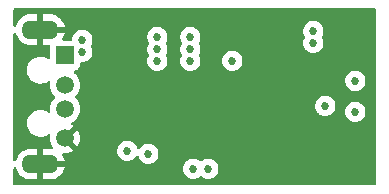
<source format=gbr>
%TF.GenerationSoftware,KiCad,Pcbnew,(6.0.7)*%
%TF.CreationDate,2023-02-04T21:02:38-08:00*%
%TF.ProjectId,ESP_Module,4553505f-4d6f-4647-956c-652e6b696361,rev?*%
%TF.SameCoordinates,Original*%
%TF.FileFunction,Copper,L2,Inr*%
%TF.FilePolarity,Positive*%
%FSLAX46Y46*%
G04 Gerber Fmt 4.6, Leading zero omitted, Abs format (unit mm)*
G04 Created by KiCad (PCBNEW (6.0.7)) date 2023-02-04 21:02:38*
%MOMM*%
%LPD*%
G01*
G04 APERTURE LIST*
%TA.AperFunction,ComponentPad*%
%ADD10R,1.508000X1.508000*%
%TD*%
%TA.AperFunction,ComponentPad*%
%ADD11C,1.508000*%
%TD*%
%TA.AperFunction,ComponentPad*%
%ADD12O,3.150000X1.575000*%
%TD*%
%TA.AperFunction,ViaPad*%
%ADD13C,0.685800*%
%TD*%
G04 APERTURE END LIST*
D10*
%TO.N,+5V*%
%TO.C,J1*%
X120464000Y-101910000D03*
D11*
%TO.N,USB_D-*%
X120464000Y-104410000D03*
%TO.N,USB_D+*%
X120464000Y-106410000D03*
%TO.N,GND*%
X120464000Y-108910000D03*
D12*
X118364000Y-99710000D03*
X118364000Y-111110000D03*
%TD*%
D13*
%TO.N,GND*%
X143764000Y-102108000D03*
X143764000Y-108204000D03*
%TO.N,Net-(P1-PadA5)*%
X142494000Y-106172000D03*
%TO.N,+3V3*%
X121920000Y-100584000D03*
X134620000Y-102362000D03*
X128270000Y-102362000D03*
X128270000Y-101346000D03*
X131064000Y-101346000D03*
X131064000Y-102362000D03*
X121920000Y-101600000D03*
X125730000Y-109982000D03*
X141478000Y-100838000D03*
X131064000Y-100330000D03*
X128270000Y-100330000D03*
%TO.N,GND*%
X122428000Y-109728000D03*
X126238000Y-106426000D03*
X136906000Y-103632000D03*
X136906000Y-100330000D03*
X134620000Y-108966000D03*
X136906000Y-101854000D03*
X129540000Y-109982000D03*
X144272000Y-110490000D03*
X136906000Y-108966000D03*
X144272000Y-100330000D03*
X136906000Y-110490000D03*
X136906000Y-107442000D03*
X122936000Y-104394000D03*
%TO.N,+5V*%
X145036051Y-104063600D03*
X145034000Y-106680000D03*
%TO.N,/MCU_D-*%
X131318000Y-111506000D03*
%TO.N,/MCU_D+*%
X132588000Y-111506000D03*
%TO.N,MCU_EN*%
X141478000Y-99822000D03*
%TO.N,MCU_BOOT*%
X127508000Y-110236000D03*
%TD*%
%TA.AperFunction,Conductor*%
%TO.N,GND*%
G36*
X146753621Y-97938502D02*
G01*
X146800114Y-97992158D01*
X146811500Y-98044500D01*
X146811500Y-112775500D01*
X146791498Y-112843621D01*
X146737842Y-112890114D01*
X146685500Y-112901500D01*
X116204500Y-112901500D01*
X116136379Y-112881498D01*
X116089886Y-112827842D01*
X116078500Y-112775500D01*
X116078500Y-111481882D01*
X116098502Y-111413761D01*
X116152158Y-111367268D01*
X116222432Y-111357164D01*
X116287012Y-111386658D01*
X116326207Y-111449271D01*
X116353055Y-111549470D01*
X116356801Y-111559762D01*
X116447955Y-111755243D01*
X116453433Y-111764729D01*
X116577139Y-111941401D01*
X116584193Y-111949808D01*
X116736692Y-112102307D01*
X116745099Y-112109361D01*
X116921771Y-112233067D01*
X116931257Y-112238545D01*
X117126738Y-112329699D01*
X117137030Y-112333445D01*
X117345364Y-112389268D01*
X117356159Y-112391171D01*
X117517209Y-112405262D01*
X117522673Y-112405500D01*
X118091885Y-112405500D01*
X118107124Y-112401025D01*
X118108329Y-112399635D01*
X118110000Y-112391952D01*
X118110000Y-112387385D01*
X118618000Y-112387385D01*
X118622475Y-112402624D01*
X118623865Y-112403829D01*
X118631548Y-112405500D01*
X119205327Y-112405500D01*
X119210791Y-112405262D01*
X119371841Y-112391171D01*
X119382636Y-112389268D01*
X119590970Y-112333445D01*
X119601262Y-112329699D01*
X119796743Y-112238545D01*
X119806229Y-112233067D01*
X119982901Y-112109361D01*
X119991308Y-112102307D01*
X120143805Y-111949810D01*
X120150861Y-111941402D01*
X120274565Y-111764734D01*
X120280048Y-111755238D01*
X120371199Y-111559762D01*
X120374945Y-111549470D01*
X120386593Y-111506000D01*
X130461910Y-111506000D01*
X130480618Y-111683991D01*
X130535923Y-111854203D01*
X130625409Y-112009197D01*
X130745164Y-112142199D01*
X130750506Y-112146080D01*
X130750508Y-112146082D01*
X130884613Y-112243515D01*
X130889955Y-112247396D01*
X130895983Y-112250080D01*
X130895985Y-112250081D01*
X131047423Y-112317505D01*
X131053454Y-112320190D01*
X131140984Y-112338795D01*
X131222057Y-112356028D01*
X131222061Y-112356028D01*
X131228514Y-112357400D01*
X131407486Y-112357400D01*
X131413939Y-112356028D01*
X131413943Y-112356028D01*
X131495016Y-112338795D01*
X131582546Y-112320190D01*
X131588577Y-112317505D01*
X131740015Y-112250081D01*
X131740017Y-112250080D01*
X131746045Y-112247396D01*
X131751387Y-112243515D01*
X131878939Y-112150843D01*
X131945807Y-112126984D01*
X132014958Y-112143065D01*
X132027061Y-112150843D01*
X132154613Y-112243515D01*
X132159955Y-112247396D01*
X132165983Y-112250080D01*
X132165985Y-112250081D01*
X132317423Y-112317505D01*
X132323454Y-112320190D01*
X132410984Y-112338795D01*
X132492057Y-112356028D01*
X132492061Y-112356028D01*
X132498514Y-112357400D01*
X132677486Y-112357400D01*
X132683939Y-112356028D01*
X132683943Y-112356028D01*
X132765016Y-112338795D01*
X132852546Y-112320190D01*
X132858577Y-112317505D01*
X133010015Y-112250081D01*
X133010017Y-112250080D01*
X133016045Y-112247396D01*
X133021387Y-112243515D01*
X133155492Y-112146082D01*
X133155494Y-112146080D01*
X133160836Y-112142199D01*
X133280591Y-112009197D01*
X133370077Y-111854203D01*
X133425382Y-111683991D01*
X133444090Y-111506000D01*
X133425382Y-111328009D01*
X133370077Y-111157797D01*
X133280591Y-111002803D01*
X133166492Y-110876082D01*
X133165258Y-110874712D01*
X133165257Y-110874711D01*
X133160836Y-110869801D01*
X133150613Y-110862373D01*
X133021387Y-110768485D01*
X133021386Y-110768484D01*
X133016045Y-110764604D01*
X133010017Y-110761920D01*
X133010015Y-110761919D01*
X132858577Y-110694495D01*
X132858576Y-110694495D01*
X132852546Y-110691810D01*
X132752431Y-110670530D01*
X132683943Y-110655972D01*
X132683939Y-110655972D01*
X132677486Y-110654600D01*
X132498514Y-110654600D01*
X132492061Y-110655972D01*
X132492057Y-110655972D01*
X132423569Y-110670530D01*
X132323454Y-110691810D01*
X132317424Y-110694495D01*
X132317423Y-110694495D01*
X132165985Y-110761919D01*
X132165983Y-110761920D01*
X132159955Y-110764604D01*
X132154614Y-110768484D01*
X132154613Y-110768485D01*
X132027061Y-110861157D01*
X131960193Y-110885016D01*
X131891042Y-110868935D01*
X131878939Y-110861157D01*
X131751387Y-110768485D01*
X131751386Y-110768484D01*
X131746045Y-110764604D01*
X131740017Y-110761920D01*
X131740015Y-110761919D01*
X131588577Y-110694495D01*
X131588576Y-110694495D01*
X131582546Y-110691810D01*
X131482431Y-110670530D01*
X131413943Y-110655972D01*
X131413939Y-110655972D01*
X131407486Y-110654600D01*
X131228514Y-110654600D01*
X131222061Y-110655972D01*
X131222057Y-110655972D01*
X131153569Y-110670530D01*
X131053454Y-110691810D01*
X131047424Y-110694495D01*
X131047423Y-110694495D01*
X130895985Y-110761919D01*
X130895983Y-110761920D01*
X130889955Y-110764604D01*
X130884614Y-110768484D01*
X130884613Y-110768485D01*
X130755388Y-110862373D01*
X130745164Y-110869801D01*
X130740743Y-110874711D01*
X130740742Y-110874712D01*
X130739509Y-110876082D01*
X130625409Y-111002803D01*
X130535923Y-111157797D01*
X130480618Y-111328009D01*
X130461910Y-111506000D01*
X120386593Y-111506000D01*
X120419953Y-111381497D01*
X120419617Y-111367401D01*
X120411675Y-111364000D01*
X118636115Y-111364000D01*
X118620876Y-111368475D01*
X118619671Y-111369865D01*
X118618000Y-111377548D01*
X118618000Y-112387385D01*
X118110000Y-112387385D01*
X118110000Y-109832615D01*
X118105525Y-109817376D01*
X118104135Y-109816171D01*
X118096452Y-109814500D01*
X117522673Y-109814500D01*
X117517209Y-109814738D01*
X117356159Y-109828829D01*
X117345364Y-109830732D01*
X117137030Y-109886555D01*
X117126738Y-109890301D01*
X116931257Y-109981455D01*
X116921771Y-109986933D01*
X116745099Y-110110639D01*
X116736692Y-110117693D01*
X116584195Y-110270190D01*
X116577139Y-110278598D01*
X116453435Y-110455266D01*
X116447952Y-110464762D01*
X116356801Y-110660238D01*
X116353055Y-110670530D01*
X116326207Y-110770729D01*
X116289255Y-110831352D01*
X116225395Y-110862373D01*
X116154900Y-110853945D01*
X116100153Y-110808742D01*
X116078500Y-110738118D01*
X116078500Y-107604377D01*
X117226703Y-107604377D01*
X117236704Y-107820438D01*
X117238108Y-107826263D01*
X117238108Y-107826264D01*
X117247913Y-107866946D01*
X117287380Y-108030710D01*
X117376903Y-108227606D01*
X117502043Y-108404021D01*
X117658285Y-108553590D01*
X117663320Y-108556841D01*
X117834954Y-108667664D01*
X117834957Y-108667665D01*
X117839991Y-108670916D01*
X118040604Y-108751766D01*
X118046485Y-108752914D01*
X118046490Y-108752916D01*
X118248441Y-108792354D01*
X118248444Y-108792354D01*
X118252887Y-108793222D01*
X118258571Y-108793500D01*
X118418041Y-108793500D01*
X118579315Y-108778113D01*
X118786860Y-108717226D01*
X118792188Y-108714482D01*
X118973817Y-108620937D01*
X118973820Y-108620935D01*
X118979148Y-108618191D01*
X119011983Y-108592399D01*
X119077909Y-108566050D01*
X119147615Y-108579525D01*
X119198970Y-108628548D01*
X119215336Y-108702468D01*
X119197658Y-108904525D01*
X119197658Y-108915475D01*
X119215946Y-109124501D01*
X119217849Y-109135296D01*
X119272155Y-109337968D01*
X119275901Y-109348260D01*
X119364578Y-109538429D01*
X119370056Y-109547915D01*
X119424488Y-109625653D01*
X119447176Y-109692926D01*
X119429891Y-109761787D01*
X119378121Y-109810371D01*
X119310293Y-109823443D01*
X119210813Y-109814739D01*
X119205327Y-109814500D01*
X118636115Y-109814500D01*
X118620876Y-109818975D01*
X118619671Y-109820365D01*
X118618000Y-109828048D01*
X118618000Y-110837885D01*
X118622475Y-110853124D01*
X118623865Y-110854329D01*
X118631548Y-110856000D01*
X120406526Y-110856000D01*
X120420057Y-110852027D01*
X120421286Y-110843478D01*
X120374945Y-110670530D01*
X120371199Y-110660238D01*
X120280045Y-110464757D01*
X120274567Y-110455271D01*
X120209494Y-110362336D01*
X120186806Y-110295062D01*
X120204091Y-110226202D01*
X120255861Y-110177618D01*
X120323689Y-110164545D01*
X120458525Y-110176342D01*
X120469475Y-110176342D01*
X120678501Y-110158054D01*
X120689296Y-110156151D01*
X120891968Y-110101845D01*
X120902260Y-110098099D01*
X121092424Y-110009425D01*
X121101919Y-110003942D01*
X121133256Y-109982000D01*
X124873910Y-109982000D01*
X124892618Y-110159991D01*
X124947923Y-110330203D01*
X125037409Y-110485197D01*
X125157164Y-110618199D01*
X125162506Y-110622080D01*
X125162508Y-110622082D01*
X125262176Y-110694495D01*
X125301955Y-110723396D01*
X125307983Y-110726080D01*
X125307985Y-110726081D01*
X125394510Y-110764604D01*
X125465454Y-110796190D01*
X125552984Y-110814795D01*
X125634057Y-110832028D01*
X125634061Y-110832028D01*
X125640514Y-110833400D01*
X125819486Y-110833400D01*
X125825939Y-110832028D01*
X125825943Y-110832028D01*
X125907016Y-110814795D01*
X125994546Y-110796190D01*
X126065490Y-110764604D01*
X126152015Y-110726081D01*
X126152017Y-110726080D01*
X126158045Y-110723396D01*
X126197824Y-110694495D01*
X126297492Y-110622082D01*
X126297494Y-110622080D01*
X126302836Y-110618199D01*
X126422591Y-110485197D01*
X126454605Y-110429747D01*
X126505988Y-110380754D01*
X126575702Y-110367319D01*
X126641613Y-110393706D01*
X126683556Y-110453811D01*
X126725923Y-110584203D01*
X126815409Y-110739197D01*
X126819827Y-110744104D01*
X126819828Y-110744105D01*
X126930742Y-110867288D01*
X126935164Y-110872199D01*
X126940506Y-110876080D01*
X126940508Y-110876082D01*
X127074613Y-110973515D01*
X127079955Y-110977396D01*
X127085983Y-110980080D01*
X127085985Y-110980081D01*
X127137020Y-111002803D01*
X127243454Y-111050190D01*
X127330984Y-111068795D01*
X127412057Y-111086028D01*
X127412061Y-111086028D01*
X127418514Y-111087400D01*
X127597486Y-111087400D01*
X127603939Y-111086028D01*
X127603943Y-111086028D01*
X127685016Y-111068795D01*
X127772546Y-111050190D01*
X127878980Y-111002803D01*
X127930015Y-110980081D01*
X127930017Y-110980080D01*
X127936045Y-110977396D01*
X127941387Y-110973515D01*
X128075492Y-110876082D01*
X128075494Y-110876080D01*
X128080836Y-110872199D01*
X128085258Y-110867288D01*
X128196172Y-110744105D01*
X128196173Y-110744104D01*
X128200591Y-110739197D01*
X128290077Y-110584203D01*
X128331971Y-110455266D01*
X128343342Y-110420270D01*
X128343342Y-110420269D01*
X128345382Y-110413991D01*
X128364090Y-110236000D01*
X128350914Y-110110639D01*
X128346072Y-110064573D01*
X128346072Y-110064572D01*
X128345382Y-110058009D01*
X128290077Y-109887797D01*
X128200591Y-109732803D01*
X128080836Y-109599801D01*
X128070167Y-109592049D01*
X127941387Y-109498485D01*
X127941386Y-109498484D01*
X127936045Y-109494604D01*
X127930017Y-109491920D01*
X127930015Y-109491919D01*
X127778577Y-109424495D01*
X127778576Y-109424495D01*
X127772546Y-109421810D01*
X127685016Y-109403205D01*
X127603943Y-109385972D01*
X127603939Y-109385972D01*
X127597486Y-109384600D01*
X127418514Y-109384600D01*
X127412061Y-109385972D01*
X127412057Y-109385972D01*
X127330984Y-109403205D01*
X127243454Y-109421810D01*
X127237424Y-109424495D01*
X127237423Y-109424495D01*
X127085985Y-109491919D01*
X127085983Y-109491920D01*
X127079955Y-109494604D01*
X127074614Y-109498484D01*
X127074613Y-109498485D01*
X126945834Y-109592049D01*
X126935164Y-109599801D01*
X126815409Y-109732803D01*
X126812108Y-109738521D01*
X126783395Y-109788253D01*
X126732012Y-109837246D01*
X126662298Y-109850681D01*
X126596387Y-109824294D01*
X126554443Y-109764188D01*
X126546104Y-109738521D01*
X126512077Y-109633797D01*
X126422591Y-109478803D01*
X126302836Y-109345801D01*
X126158045Y-109240604D01*
X126152017Y-109237920D01*
X126152015Y-109237919D01*
X126000577Y-109170495D01*
X126000576Y-109170495D01*
X125994546Y-109167810D01*
X125907016Y-109149205D01*
X125825943Y-109131972D01*
X125825939Y-109131972D01*
X125819486Y-109130600D01*
X125640514Y-109130600D01*
X125634061Y-109131972D01*
X125634057Y-109131972D01*
X125552984Y-109149205D01*
X125465454Y-109167810D01*
X125459424Y-109170495D01*
X125459423Y-109170495D01*
X125307985Y-109237919D01*
X125307983Y-109237920D01*
X125301955Y-109240604D01*
X125157164Y-109345801D01*
X125037409Y-109478803D01*
X124947923Y-109633797D01*
X124945881Y-109640081D01*
X124945881Y-109640082D01*
X124905557Y-109764188D01*
X124892618Y-109804009D01*
X124873910Y-109982000D01*
X121133256Y-109982000D01*
X121144021Y-109974462D01*
X121152396Y-109963985D01*
X121145328Y-109950538D01*
X120193885Y-108999095D01*
X120159859Y-108936783D01*
X120161694Y-108911132D01*
X120828408Y-108911132D01*
X120828539Y-108912965D01*
X120832790Y-108919580D01*
X121505259Y-109592049D01*
X121517033Y-109598479D01*
X121529049Y-109589183D01*
X121557945Y-109547915D01*
X121563423Y-109538425D01*
X121652099Y-109348260D01*
X121655845Y-109337968D01*
X121710151Y-109135296D01*
X121712054Y-109124501D01*
X121730342Y-108915475D01*
X121730342Y-108904525D01*
X121712054Y-108695499D01*
X121710151Y-108684704D01*
X121655845Y-108482032D01*
X121652099Y-108471740D01*
X121563423Y-108281575D01*
X121557945Y-108272085D01*
X121528461Y-108229978D01*
X121517985Y-108221604D01*
X121504537Y-108228673D01*
X120836022Y-108897188D01*
X120828408Y-108911132D01*
X120161694Y-108911132D01*
X120164924Y-108865968D01*
X120193885Y-108820905D01*
X121146049Y-107868741D01*
X121152479Y-107856966D01*
X121143183Y-107844951D01*
X121101919Y-107816058D01*
X121092424Y-107810575D01*
X121014997Y-107774471D01*
X120961712Y-107727554D01*
X120942251Y-107659277D01*
X120962793Y-107591317D01*
X121014997Y-107546081D01*
X121097662Y-107507534D01*
X121102171Y-107504377D01*
X121274109Y-107383985D01*
X121274112Y-107383983D01*
X121278620Y-107380826D01*
X121434826Y-107224620D01*
X121561534Y-107043661D01*
X121580042Y-107003972D01*
X121652571Y-106848432D01*
X121652572Y-106848431D01*
X121654894Y-106843450D01*
X121657047Y-106835417D01*
X121692847Y-106701809D01*
X121712070Y-106630068D01*
X121731323Y-106410000D01*
X121712070Y-106189932D01*
X121707265Y-106172000D01*
X141637910Y-106172000D01*
X141656618Y-106349991D01*
X141711923Y-106520203D01*
X141715226Y-106525925D01*
X141715227Y-106525926D01*
X141715598Y-106526568D01*
X141801409Y-106675197D01*
X141805827Y-106680104D01*
X141805828Y-106680105D01*
X141883537Y-106766410D01*
X141921164Y-106808199D01*
X141926506Y-106812080D01*
X141926508Y-106812082D01*
X141998339Y-106864270D01*
X142065955Y-106913396D01*
X142071983Y-106916080D01*
X142071985Y-106916081D01*
X142223423Y-106983505D01*
X142229454Y-106986190D01*
X142313112Y-107003972D01*
X142398057Y-107022028D01*
X142398061Y-107022028D01*
X142404514Y-107023400D01*
X142583486Y-107023400D01*
X142589939Y-107022028D01*
X142589943Y-107022028D01*
X142674888Y-107003972D01*
X142758546Y-106986190D01*
X142764577Y-106983505D01*
X142916015Y-106916081D01*
X142916017Y-106916080D01*
X142922045Y-106913396D01*
X142989661Y-106864270D01*
X143061492Y-106812082D01*
X143061494Y-106812080D01*
X143066836Y-106808199D01*
X143104463Y-106766410D01*
X143182172Y-106680105D01*
X143182173Y-106680104D01*
X143182267Y-106680000D01*
X144177910Y-106680000D01*
X144178600Y-106686565D01*
X144194722Y-106839948D01*
X144196618Y-106857991D01*
X144198658Y-106864269D01*
X144198658Y-106864270D01*
X144228989Y-106957620D01*
X144251923Y-107028203D01*
X144341409Y-107183197D01*
X144461164Y-107316199D01*
X144466506Y-107320080D01*
X144466508Y-107320082D01*
X144571358Y-107396260D01*
X144605955Y-107421396D01*
X144611983Y-107424080D01*
X144611985Y-107424081D01*
X144763423Y-107491505D01*
X144769454Y-107494190D01*
X144856984Y-107512795D01*
X144938057Y-107530028D01*
X144938061Y-107530028D01*
X144944514Y-107531400D01*
X145123486Y-107531400D01*
X145129939Y-107530028D01*
X145129943Y-107530028D01*
X145211016Y-107512795D01*
X145298546Y-107494190D01*
X145304577Y-107491505D01*
X145456015Y-107424081D01*
X145456017Y-107424080D01*
X145462045Y-107421396D01*
X145496642Y-107396260D01*
X145601492Y-107320082D01*
X145601494Y-107320080D01*
X145606836Y-107316199D01*
X145726591Y-107183197D01*
X145816077Y-107028203D01*
X145839011Y-106957620D01*
X145869342Y-106864270D01*
X145869342Y-106864269D01*
X145871382Y-106857991D01*
X145873279Y-106839948D01*
X145889400Y-106686565D01*
X145890090Y-106680000D01*
X145883587Y-106618133D01*
X145872072Y-106508573D01*
X145872072Y-106508572D01*
X145871382Y-106502009D01*
X145816077Y-106331797D01*
X145726591Y-106176803D01*
X145606836Y-106043801D01*
X145538304Y-105994009D01*
X145467387Y-105942485D01*
X145467386Y-105942484D01*
X145462045Y-105938604D01*
X145456017Y-105935920D01*
X145456015Y-105935919D01*
X145304577Y-105868495D01*
X145304576Y-105868495D01*
X145298546Y-105865810D01*
X145211016Y-105847205D01*
X145129943Y-105829972D01*
X145129939Y-105829972D01*
X145123486Y-105828600D01*
X144944514Y-105828600D01*
X144938061Y-105829972D01*
X144938057Y-105829972D01*
X144856984Y-105847205D01*
X144769454Y-105865810D01*
X144763424Y-105868495D01*
X144763423Y-105868495D01*
X144611985Y-105935919D01*
X144611983Y-105935920D01*
X144605955Y-105938604D01*
X144600614Y-105942484D01*
X144600613Y-105942485D01*
X144529697Y-105994009D01*
X144461164Y-106043801D01*
X144341409Y-106176803D01*
X144251923Y-106331797D01*
X144196618Y-106502009D01*
X144195928Y-106508572D01*
X144195928Y-106508573D01*
X144184413Y-106618133D01*
X144177910Y-106680000D01*
X143182267Y-106680000D01*
X143186591Y-106675197D01*
X143272402Y-106526568D01*
X143272773Y-106525926D01*
X143272774Y-106525925D01*
X143276077Y-106520203D01*
X143331382Y-106349991D01*
X143350090Y-106172000D01*
X143337132Y-106048712D01*
X143332072Y-106000573D01*
X143332072Y-106000572D01*
X143331382Y-105994009D01*
X143312508Y-105935919D01*
X143278119Y-105830082D01*
X143276077Y-105823797D01*
X143186591Y-105668803D01*
X143066836Y-105535801D01*
X142922045Y-105430604D01*
X142916017Y-105427920D01*
X142916015Y-105427919D01*
X142764577Y-105360495D01*
X142764576Y-105360495D01*
X142758546Y-105357810D01*
X142671016Y-105339205D01*
X142589943Y-105321972D01*
X142589939Y-105321972D01*
X142583486Y-105320600D01*
X142404514Y-105320600D01*
X142398061Y-105321972D01*
X142398057Y-105321972D01*
X142316984Y-105339205D01*
X142229454Y-105357810D01*
X142223424Y-105360495D01*
X142223423Y-105360495D01*
X142071985Y-105427919D01*
X142071983Y-105427920D01*
X142065955Y-105430604D01*
X141921164Y-105535801D01*
X141801409Y-105668803D01*
X141711923Y-105823797D01*
X141709881Y-105830082D01*
X141675493Y-105935919D01*
X141656618Y-105994009D01*
X141655928Y-106000572D01*
X141655928Y-106000573D01*
X141650868Y-106048712D01*
X141637910Y-106172000D01*
X121707265Y-106172000D01*
X121654894Y-105976550D01*
X121639009Y-105942485D01*
X121563857Y-105781320D01*
X121563855Y-105781317D01*
X121561534Y-105776339D01*
X121434826Y-105595380D01*
X121338541Y-105499095D01*
X121304515Y-105436783D01*
X121309580Y-105365968D01*
X121338541Y-105320905D01*
X121434826Y-105224620D01*
X121561534Y-105043661D01*
X121622170Y-104913628D01*
X121652571Y-104848432D01*
X121652572Y-104848431D01*
X121654894Y-104843450D01*
X121712070Y-104630068D01*
X121731323Y-104410000D01*
X121712070Y-104189932D01*
X121678219Y-104063600D01*
X144179961Y-104063600D01*
X144198669Y-104241591D01*
X144200709Y-104247869D01*
X144200709Y-104247870D01*
X144201975Y-104251766D01*
X144253974Y-104411803D01*
X144343460Y-104566797D01*
X144463215Y-104699799D01*
X144608006Y-104804996D01*
X144614034Y-104807680D01*
X144614036Y-104807681D01*
X144705565Y-104848432D01*
X144771505Y-104877790D01*
X144859035Y-104896395D01*
X144940108Y-104913628D01*
X144940112Y-104913628D01*
X144946565Y-104915000D01*
X145125537Y-104915000D01*
X145131990Y-104913628D01*
X145131994Y-104913628D01*
X145213067Y-104896395D01*
X145300597Y-104877790D01*
X145366537Y-104848432D01*
X145458066Y-104807681D01*
X145458068Y-104807680D01*
X145464096Y-104804996D01*
X145608887Y-104699799D01*
X145728642Y-104566797D01*
X145818128Y-104411803D01*
X145870127Y-104251766D01*
X145871393Y-104247870D01*
X145871393Y-104247869D01*
X145873433Y-104241591D01*
X145892141Y-104063600D01*
X145883550Y-103981860D01*
X145874123Y-103892173D01*
X145874123Y-103892172D01*
X145873433Y-103885609D01*
X145818128Y-103715397D01*
X145728642Y-103560403D01*
X145706825Y-103536172D01*
X145613309Y-103432312D01*
X145613308Y-103432311D01*
X145608887Y-103427401D01*
X145494037Y-103343957D01*
X145469438Y-103326085D01*
X145469437Y-103326084D01*
X145464096Y-103322204D01*
X145458068Y-103319520D01*
X145458066Y-103319519D01*
X145306628Y-103252095D01*
X145306627Y-103252095D01*
X145300597Y-103249410D01*
X145213067Y-103230805D01*
X145131994Y-103213572D01*
X145131990Y-103213572D01*
X145125537Y-103212200D01*
X144946565Y-103212200D01*
X144940112Y-103213572D01*
X144940108Y-103213572D01*
X144859035Y-103230805D01*
X144771505Y-103249410D01*
X144765475Y-103252095D01*
X144765474Y-103252095D01*
X144614036Y-103319519D01*
X144614034Y-103319520D01*
X144608006Y-103322204D01*
X144602665Y-103326084D01*
X144602664Y-103326085D01*
X144578066Y-103343957D01*
X144463215Y-103427401D01*
X144458794Y-103432311D01*
X144458793Y-103432312D01*
X144365278Y-103536172D01*
X144343460Y-103560403D01*
X144253974Y-103715397D01*
X144198669Y-103885609D01*
X144197979Y-103892172D01*
X144197979Y-103892173D01*
X144188552Y-103981860D01*
X144179961Y-104063600D01*
X121678219Y-104063600D01*
X121673839Y-104047252D01*
X121656317Y-103981860D01*
X121656316Y-103981858D01*
X121654894Y-103976550D01*
X121618795Y-103899135D01*
X121563857Y-103781320D01*
X121563855Y-103781317D01*
X121561534Y-103776339D01*
X121434826Y-103595380D01*
X121278620Y-103439174D01*
X121274112Y-103436017D01*
X121274109Y-103436015D01*
X121221839Y-103399415D01*
X121177511Y-103343957D01*
X121170202Y-103273338D01*
X121202233Y-103209978D01*
X121263435Y-103173993D01*
X121280502Y-103170939D01*
X121284037Y-103170555D01*
X121320460Y-103166599D01*
X121320464Y-103166598D01*
X121328316Y-103165745D01*
X121464705Y-103114615D01*
X121581261Y-103027261D01*
X121668615Y-102910705D01*
X121719745Y-102774316D01*
X121726500Y-102712134D01*
X121726500Y-102577400D01*
X121746502Y-102509279D01*
X121800158Y-102462786D01*
X121852500Y-102451400D01*
X122009486Y-102451400D01*
X122015939Y-102450028D01*
X122015943Y-102450028D01*
X122113501Y-102429291D01*
X122184546Y-102414190D01*
X122190577Y-102411505D01*
X122301768Y-102362000D01*
X127413910Y-102362000D01*
X127414600Y-102368565D01*
X127423307Y-102451400D01*
X127432618Y-102539991D01*
X127487923Y-102710203D01*
X127577409Y-102865197D01*
X127697164Y-102998199D01*
X127702506Y-103002080D01*
X127702508Y-103002082D01*
X127836613Y-103099515D01*
X127841955Y-103103396D01*
X127847983Y-103106080D01*
X127847985Y-103106081D01*
X127975763Y-103162971D01*
X128005454Y-103176190D01*
X128092984Y-103194795D01*
X128174057Y-103212028D01*
X128174061Y-103212028D01*
X128180514Y-103213400D01*
X128359486Y-103213400D01*
X128365939Y-103212028D01*
X128365943Y-103212028D01*
X128447016Y-103194795D01*
X128534546Y-103176190D01*
X128564237Y-103162971D01*
X128692015Y-103106081D01*
X128692017Y-103106080D01*
X128698045Y-103103396D01*
X128703387Y-103099515D01*
X128837492Y-103002082D01*
X128837494Y-103002080D01*
X128842836Y-102998199D01*
X128962591Y-102865197D01*
X129052077Y-102710203D01*
X129107382Y-102539991D01*
X129116694Y-102451400D01*
X129125400Y-102368565D01*
X129126090Y-102362000D01*
X130207910Y-102362000D01*
X130208600Y-102368565D01*
X130217307Y-102451400D01*
X130226618Y-102539991D01*
X130281923Y-102710203D01*
X130371409Y-102865197D01*
X130491164Y-102998199D01*
X130496506Y-103002080D01*
X130496508Y-103002082D01*
X130630613Y-103099515D01*
X130635955Y-103103396D01*
X130641983Y-103106080D01*
X130641985Y-103106081D01*
X130769763Y-103162971D01*
X130799454Y-103176190D01*
X130886984Y-103194795D01*
X130968057Y-103212028D01*
X130968061Y-103212028D01*
X130974514Y-103213400D01*
X131153486Y-103213400D01*
X131159939Y-103212028D01*
X131159943Y-103212028D01*
X131241016Y-103194795D01*
X131328546Y-103176190D01*
X131358237Y-103162971D01*
X131486015Y-103106081D01*
X131486017Y-103106080D01*
X131492045Y-103103396D01*
X131497387Y-103099515D01*
X131631492Y-103002082D01*
X131631494Y-103002080D01*
X131636836Y-102998199D01*
X131756591Y-102865197D01*
X131846077Y-102710203D01*
X131901382Y-102539991D01*
X131910694Y-102451400D01*
X131919400Y-102368565D01*
X131920090Y-102362000D01*
X133763910Y-102362000D01*
X133764600Y-102368565D01*
X133773307Y-102451400D01*
X133782618Y-102539991D01*
X133837923Y-102710203D01*
X133927409Y-102865197D01*
X134047164Y-102998199D01*
X134052506Y-103002080D01*
X134052508Y-103002082D01*
X134186613Y-103099515D01*
X134191955Y-103103396D01*
X134197983Y-103106080D01*
X134197985Y-103106081D01*
X134325763Y-103162971D01*
X134355454Y-103176190D01*
X134442984Y-103194795D01*
X134524057Y-103212028D01*
X134524061Y-103212028D01*
X134530514Y-103213400D01*
X134709486Y-103213400D01*
X134715939Y-103212028D01*
X134715943Y-103212028D01*
X134797016Y-103194795D01*
X134884546Y-103176190D01*
X134914237Y-103162971D01*
X135042015Y-103106081D01*
X135042017Y-103106080D01*
X135048045Y-103103396D01*
X135053387Y-103099515D01*
X135187492Y-103002082D01*
X135187494Y-103002080D01*
X135192836Y-102998199D01*
X135312591Y-102865197D01*
X135402077Y-102710203D01*
X135457382Y-102539991D01*
X135466694Y-102451400D01*
X135475400Y-102368565D01*
X135476090Y-102362000D01*
X135457382Y-102184009D01*
X135402077Y-102013797D01*
X135312591Y-101858803D01*
X135302869Y-101848005D01*
X135197258Y-101730712D01*
X135197257Y-101730711D01*
X135192836Y-101725801D01*
X135157223Y-101699926D01*
X135053387Y-101624485D01*
X135053386Y-101624484D01*
X135048045Y-101620604D01*
X135042017Y-101617920D01*
X135042015Y-101617919D01*
X134890577Y-101550495D01*
X134890576Y-101550495D01*
X134884546Y-101547810D01*
X134797016Y-101529205D01*
X134715943Y-101511972D01*
X134715939Y-101511972D01*
X134709486Y-101510600D01*
X134530514Y-101510600D01*
X134524061Y-101511972D01*
X134524057Y-101511972D01*
X134442984Y-101529205D01*
X134355454Y-101547810D01*
X134349424Y-101550495D01*
X134349423Y-101550495D01*
X134197985Y-101617919D01*
X134197983Y-101617920D01*
X134191955Y-101620604D01*
X134186614Y-101624484D01*
X134186613Y-101624485D01*
X134082778Y-101699926D01*
X134047164Y-101725801D01*
X134042743Y-101730711D01*
X134042742Y-101730712D01*
X133937132Y-101848005D01*
X133927409Y-101858803D01*
X133837923Y-102013797D01*
X133782618Y-102184009D01*
X133763910Y-102362000D01*
X131920090Y-102362000D01*
X131901382Y-102184009D01*
X131846077Y-102013797D01*
X131790191Y-101917000D01*
X131773453Y-101848005D01*
X131790191Y-101791000D01*
X131842773Y-101699926D01*
X131842774Y-101699925D01*
X131846077Y-101694203D01*
X131878818Y-101593435D01*
X131899342Y-101530270D01*
X131899342Y-101530269D01*
X131901382Y-101523991D01*
X131902790Y-101510600D01*
X131919400Y-101352565D01*
X131920090Y-101346000D01*
X131901382Y-101168009D01*
X131881841Y-101107866D01*
X131854029Y-101022270D01*
X131846077Y-100997797D01*
X131842703Y-100991952D01*
X131790191Y-100901000D01*
X131774907Y-100838000D01*
X140621910Y-100838000D01*
X140640618Y-101015991D01*
X140695923Y-101186203D01*
X140785409Y-101341197D01*
X140789827Y-101346104D01*
X140789828Y-101346105D01*
X140858172Y-101422009D01*
X140905164Y-101474199D01*
X140910506Y-101478080D01*
X140910508Y-101478082D01*
X141010176Y-101550495D01*
X141049955Y-101579396D01*
X141055983Y-101582080D01*
X141055985Y-101582081D01*
X141142510Y-101620604D01*
X141213454Y-101652190D01*
X141300984Y-101670795D01*
X141382057Y-101688028D01*
X141382061Y-101688028D01*
X141388514Y-101689400D01*
X141567486Y-101689400D01*
X141573939Y-101688028D01*
X141573943Y-101688028D01*
X141655016Y-101670795D01*
X141742546Y-101652190D01*
X141813490Y-101620604D01*
X141900015Y-101582081D01*
X141900017Y-101582080D01*
X141906045Y-101579396D01*
X141945824Y-101550495D01*
X142045492Y-101478082D01*
X142045494Y-101478080D01*
X142050836Y-101474199D01*
X142097828Y-101422009D01*
X142166172Y-101346105D01*
X142166173Y-101346104D01*
X142170591Y-101341197D01*
X142260077Y-101186203D01*
X142315382Y-101015991D01*
X142334090Y-100838000D01*
X142315382Y-100660009D01*
X142260077Y-100489797D01*
X142204191Y-100393000D01*
X142187453Y-100324005D01*
X142204191Y-100267000D01*
X142256773Y-100175926D01*
X142256774Y-100175925D01*
X142260077Y-100170203D01*
X142315382Y-99999991D01*
X142318549Y-99969865D01*
X142333400Y-99828565D01*
X142334090Y-99822000D01*
X142328887Y-99772495D01*
X142316072Y-99650573D01*
X142316072Y-99650572D01*
X142315382Y-99644009D01*
X142296508Y-99585919D01*
X142262119Y-99480082D01*
X142260077Y-99473797D01*
X142253482Y-99462373D01*
X142222517Y-99408742D01*
X142170591Y-99318803D01*
X142050836Y-99185801D01*
X141906045Y-99080604D01*
X141900017Y-99077920D01*
X141900015Y-99077919D01*
X141748577Y-99010495D01*
X141748576Y-99010495D01*
X141742546Y-99007810D01*
X141655016Y-98989205D01*
X141573943Y-98971972D01*
X141573939Y-98971972D01*
X141567486Y-98970600D01*
X141388514Y-98970600D01*
X141382061Y-98971972D01*
X141382057Y-98971972D01*
X141300984Y-98989205D01*
X141213454Y-99007810D01*
X141207424Y-99010495D01*
X141207423Y-99010495D01*
X141055985Y-99077919D01*
X141055983Y-99077920D01*
X141049955Y-99080604D01*
X140905164Y-99185801D01*
X140785409Y-99318803D01*
X140733483Y-99408742D01*
X140702519Y-99462373D01*
X140695923Y-99473797D01*
X140693881Y-99480082D01*
X140659493Y-99585919D01*
X140640618Y-99644009D01*
X140639928Y-99650572D01*
X140639928Y-99650573D01*
X140627113Y-99772495D01*
X140621910Y-99822000D01*
X140622600Y-99828565D01*
X140637452Y-99969865D01*
X140640618Y-99999991D01*
X140695923Y-100170203D01*
X140699226Y-100175925D01*
X140699227Y-100175926D01*
X140751809Y-100267000D01*
X140768547Y-100335995D01*
X140751809Y-100393000D01*
X140695923Y-100489797D01*
X140640618Y-100660009D01*
X140621910Y-100838000D01*
X131774907Y-100838000D01*
X131773453Y-100832005D01*
X131790191Y-100775000D01*
X131842773Y-100683926D01*
X131842774Y-100683925D01*
X131846077Y-100678203D01*
X131887795Y-100549808D01*
X131899342Y-100514270D01*
X131899342Y-100514269D01*
X131901382Y-100507991D01*
X131920090Y-100330000D01*
X131901382Y-100152009D01*
X131878597Y-100081882D01*
X131854029Y-100006270D01*
X131846077Y-99981797D01*
X131837766Y-99967401D01*
X131767954Y-99846485D01*
X131756591Y-99826803D01*
X131636836Y-99693801D01*
X131568304Y-99644009D01*
X131497387Y-99592485D01*
X131497386Y-99592484D01*
X131492045Y-99588604D01*
X131486017Y-99585920D01*
X131486015Y-99585919D01*
X131334577Y-99518495D01*
X131334576Y-99518495D01*
X131328546Y-99515810D01*
X131241016Y-99497205D01*
X131159943Y-99479972D01*
X131159939Y-99479972D01*
X131153486Y-99478600D01*
X130974514Y-99478600D01*
X130968061Y-99479972D01*
X130968057Y-99479972D01*
X130886984Y-99497205D01*
X130799454Y-99515810D01*
X130793424Y-99518495D01*
X130793423Y-99518495D01*
X130641985Y-99585919D01*
X130641983Y-99585920D01*
X130635955Y-99588604D01*
X130630614Y-99592484D01*
X130630613Y-99592485D01*
X130559697Y-99644009D01*
X130491164Y-99693801D01*
X130371409Y-99826803D01*
X130360046Y-99846485D01*
X130290235Y-99967401D01*
X130281923Y-99981797D01*
X130273971Y-100006270D01*
X130249404Y-100081882D01*
X130226618Y-100152009D01*
X130207910Y-100330000D01*
X130226618Y-100507991D01*
X130228658Y-100514269D01*
X130228658Y-100514270D01*
X130240205Y-100549808D01*
X130281923Y-100678203D01*
X130285226Y-100683925D01*
X130285227Y-100683926D01*
X130337809Y-100775000D01*
X130354547Y-100843995D01*
X130337809Y-100901000D01*
X130285298Y-100991952D01*
X130281923Y-100997797D01*
X130273971Y-101022270D01*
X130246160Y-101107866D01*
X130226618Y-101168009D01*
X130207910Y-101346000D01*
X130208600Y-101352565D01*
X130225211Y-101510600D01*
X130226618Y-101523991D01*
X130228658Y-101530269D01*
X130228658Y-101530270D01*
X130249182Y-101593435D01*
X130281923Y-101694203D01*
X130285226Y-101699925D01*
X130285227Y-101699926D01*
X130337809Y-101791000D01*
X130354547Y-101859995D01*
X130337809Y-101917000D01*
X130281923Y-102013797D01*
X130226618Y-102184009D01*
X130207910Y-102362000D01*
X129126090Y-102362000D01*
X129107382Y-102184009D01*
X129052077Y-102013797D01*
X128996191Y-101917000D01*
X128979453Y-101848005D01*
X128996191Y-101791000D01*
X129048773Y-101699926D01*
X129048774Y-101699925D01*
X129052077Y-101694203D01*
X129084818Y-101593435D01*
X129105342Y-101530270D01*
X129105342Y-101530269D01*
X129107382Y-101523991D01*
X129108790Y-101510600D01*
X129125400Y-101352565D01*
X129126090Y-101346000D01*
X129107382Y-101168009D01*
X129087841Y-101107866D01*
X129060029Y-101022270D01*
X129052077Y-100997797D01*
X129048703Y-100991952D01*
X128996191Y-100901000D01*
X128979453Y-100832005D01*
X128996191Y-100775000D01*
X129048773Y-100683926D01*
X129048774Y-100683925D01*
X129052077Y-100678203D01*
X129093795Y-100549808D01*
X129105342Y-100514270D01*
X129105342Y-100514269D01*
X129107382Y-100507991D01*
X129126090Y-100330000D01*
X129107382Y-100152009D01*
X129084597Y-100081882D01*
X129060029Y-100006270D01*
X129052077Y-99981797D01*
X129043766Y-99967401D01*
X128973954Y-99846485D01*
X128962591Y-99826803D01*
X128842836Y-99693801D01*
X128774304Y-99644009D01*
X128703387Y-99592485D01*
X128703386Y-99592484D01*
X128698045Y-99588604D01*
X128692017Y-99585920D01*
X128692015Y-99585919D01*
X128540577Y-99518495D01*
X128540576Y-99518495D01*
X128534546Y-99515810D01*
X128447016Y-99497205D01*
X128365943Y-99479972D01*
X128365939Y-99479972D01*
X128359486Y-99478600D01*
X128180514Y-99478600D01*
X128174061Y-99479972D01*
X128174057Y-99479972D01*
X128092984Y-99497205D01*
X128005454Y-99515810D01*
X127999424Y-99518495D01*
X127999423Y-99518495D01*
X127847985Y-99585919D01*
X127847983Y-99585920D01*
X127841955Y-99588604D01*
X127836614Y-99592484D01*
X127836613Y-99592485D01*
X127765697Y-99644009D01*
X127697164Y-99693801D01*
X127577409Y-99826803D01*
X127566046Y-99846485D01*
X127496235Y-99967401D01*
X127487923Y-99981797D01*
X127479971Y-100006270D01*
X127455404Y-100081882D01*
X127432618Y-100152009D01*
X127413910Y-100330000D01*
X127432618Y-100507991D01*
X127434658Y-100514269D01*
X127434658Y-100514270D01*
X127446205Y-100549808D01*
X127487923Y-100678203D01*
X127491226Y-100683925D01*
X127491227Y-100683926D01*
X127543809Y-100775000D01*
X127560547Y-100843995D01*
X127543809Y-100901000D01*
X127491298Y-100991952D01*
X127487923Y-100997797D01*
X127479971Y-101022270D01*
X127452160Y-101107866D01*
X127432618Y-101168009D01*
X127413910Y-101346000D01*
X127414600Y-101352565D01*
X127431211Y-101510600D01*
X127432618Y-101523991D01*
X127434658Y-101530269D01*
X127434658Y-101530270D01*
X127455182Y-101593435D01*
X127487923Y-101694203D01*
X127491226Y-101699925D01*
X127491227Y-101699926D01*
X127543809Y-101791000D01*
X127560547Y-101859995D01*
X127543809Y-101917000D01*
X127487923Y-102013797D01*
X127432618Y-102184009D01*
X127413910Y-102362000D01*
X122301768Y-102362000D01*
X122342015Y-102344081D01*
X122342017Y-102344080D01*
X122348045Y-102341396D01*
X122353387Y-102337515D01*
X122487492Y-102240082D01*
X122487494Y-102240080D01*
X122492836Y-102236199D01*
X122539828Y-102184009D01*
X122608172Y-102108105D01*
X122608173Y-102108104D01*
X122612591Y-102103197D01*
X122702077Y-101948203D01*
X122757382Y-101777991D01*
X122766694Y-101689400D01*
X122775400Y-101606565D01*
X122776090Y-101600000D01*
X122770887Y-101550495D01*
X122758072Y-101428573D01*
X122758072Y-101428572D01*
X122757382Y-101422009D01*
X122702077Y-101251797D01*
X122646191Y-101155000D01*
X122629453Y-101086005D01*
X122646191Y-101029000D01*
X122662343Y-101001025D01*
X122702077Y-100932203D01*
X122734818Y-100831435D01*
X122755342Y-100768270D01*
X122755342Y-100768269D01*
X122757382Y-100761991D01*
X122776090Y-100584000D01*
X122757382Y-100406009D01*
X122702077Y-100235797D01*
X122612591Y-100080803D01*
X122552227Y-100013761D01*
X122497258Y-99952712D01*
X122497257Y-99952711D01*
X122492836Y-99947801D01*
X122348045Y-99842604D01*
X122342017Y-99839920D01*
X122342015Y-99839919D01*
X122190577Y-99772495D01*
X122190576Y-99772495D01*
X122184546Y-99769810D01*
X122097016Y-99751205D01*
X122015943Y-99733972D01*
X122015939Y-99733972D01*
X122009486Y-99732600D01*
X121830514Y-99732600D01*
X121824061Y-99733972D01*
X121824057Y-99733972D01*
X121742984Y-99751205D01*
X121655454Y-99769810D01*
X121649424Y-99772495D01*
X121649423Y-99772495D01*
X121497985Y-99839919D01*
X121497983Y-99839920D01*
X121491955Y-99842604D01*
X121347164Y-99947801D01*
X121342743Y-99952711D01*
X121342742Y-99952712D01*
X121287774Y-100013761D01*
X121227409Y-100080803D01*
X121137923Y-100235797D01*
X121082618Y-100406009D01*
X121081928Y-100412572D01*
X121081928Y-100412573D01*
X121069095Y-100534671D01*
X121042082Y-100600327D01*
X120983860Y-100640957D01*
X120943785Y-100647500D01*
X120318614Y-100647500D01*
X120250493Y-100627498D01*
X120204000Y-100573842D01*
X120193896Y-100503568D01*
X120215401Y-100449230D01*
X120274562Y-100364739D01*
X120280048Y-100355238D01*
X120371199Y-100159762D01*
X120374945Y-100149470D01*
X120419953Y-99981497D01*
X120419617Y-99967401D01*
X120411675Y-99964000D01*
X118636115Y-99964000D01*
X118620876Y-99968475D01*
X118619671Y-99969865D01*
X118618000Y-99977548D01*
X118618000Y-100987385D01*
X118622475Y-101002624D01*
X118623865Y-101003829D01*
X118631548Y-101005500D01*
X119075500Y-101005500D01*
X119143621Y-101025502D01*
X119190114Y-101079158D01*
X119201500Y-101131500D01*
X119201500Y-102120162D01*
X119181498Y-102188283D01*
X119127842Y-102234776D01*
X119057568Y-102244880D01*
X119007153Y-102226015D01*
X118932374Y-102177730D01*
X118893046Y-102152336D01*
X118893043Y-102152335D01*
X118888009Y-102149084D01*
X118687396Y-102068234D01*
X118681515Y-102067086D01*
X118681510Y-102067084D01*
X118479559Y-102027646D01*
X118479556Y-102027646D01*
X118475113Y-102026778D01*
X118469429Y-102026500D01*
X118309959Y-102026500D01*
X118148685Y-102041887D01*
X117941140Y-102102774D01*
X117935813Y-102105518D01*
X117935812Y-102105518D01*
X117754183Y-102199063D01*
X117754180Y-102199065D01*
X117748852Y-102201809D01*
X117700128Y-102240082D01*
X117583478Y-102331711D01*
X117583473Y-102331715D01*
X117578761Y-102335417D01*
X117574830Y-102339947D01*
X117574829Y-102339948D01*
X117440933Y-102494248D01*
X117440929Y-102494253D01*
X117437002Y-102498779D01*
X117328693Y-102685999D01*
X117257740Y-102890323D01*
X117256879Y-102896258D01*
X117256879Y-102896260D01*
X117237885Y-103027261D01*
X117226703Y-103104377D01*
X117236704Y-103320438D01*
X117238108Y-103326263D01*
X117238108Y-103326264D01*
X117265320Y-103439174D01*
X117287380Y-103530710D01*
X117289862Y-103536168D01*
X117289863Y-103536172D01*
X117318835Y-103599892D01*
X117376903Y-103727606D01*
X117502043Y-103904021D01*
X117658285Y-104053590D01*
X117663320Y-104056841D01*
X117834954Y-104167664D01*
X117834957Y-104167665D01*
X117839991Y-104170916D01*
X118040604Y-104251766D01*
X118046485Y-104252914D01*
X118046490Y-104252916D01*
X118248441Y-104292354D01*
X118248444Y-104292354D01*
X118252887Y-104293222D01*
X118258571Y-104293500D01*
X118418041Y-104293500D01*
X118579315Y-104278113D01*
X118786860Y-104217226D01*
X118814693Y-104202891D01*
X118973817Y-104120937D01*
X118973820Y-104120935D01*
X118979148Y-104118191D01*
X119011441Y-104092824D01*
X119077368Y-104066474D01*
X119147074Y-104079949D01*
X119198429Y-104128971D01*
X119214796Y-104202891D01*
X119206875Y-104293432D01*
X119196677Y-104410000D01*
X119215930Y-104630068D01*
X119273106Y-104843450D01*
X119275428Y-104848431D01*
X119275429Y-104848432D01*
X119305831Y-104913628D01*
X119366466Y-105043661D01*
X119493174Y-105224620D01*
X119589459Y-105320905D01*
X119623485Y-105383217D01*
X119618420Y-105454032D01*
X119589459Y-105499095D01*
X119493174Y-105595380D01*
X119366466Y-105776339D01*
X119364145Y-105781317D01*
X119364143Y-105781320D01*
X119288991Y-105942485D01*
X119273106Y-105976550D01*
X119215930Y-106189932D01*
X119196677Y-106410000D01*
X119210717Y-106570476D01*
X119214886Y-106618133D01*
X119200897Y-106687737D01*
X119151497Y-106738730D01*
X119082371Y-106754920D01*
X119021017Y-106734966D01*
X118893046Y-106652336D01*
X118893043Y-106652335D01*
X118888009Y-106649084D01*
X118687396Y-106568234D01*
X118681515Y-106567086D01*
X118681510Y-106567084D01*
X118479559Y-106527646D01*
X118479556Y-106527646D01*
X118475113Y-106526778D01*
X118469429Y-106526500D01*
X118309959Y-106526500D01*
X118148685Y-106541887D01*
X117941140Y-106602774D01*
X117935813Y-106605518D01*
X117935812Y-106605518D01*
X117754183Y-106699063D01*
X117754180Y-106699065D01*
X117748852Y-106701809D01*
X117744137Y-106705513D01*
X117583478Y-106831711D01*
X117583473Y-106831715D01*
X117578761Y-106835417D01*
X117574830Y-106839947D01*
X117574829Y-106839948D01*
X117440933Y-106994248D01*
X117440929Y-106994253D01*
X117437002Y-106998779D01*
X117328693Y-107185999D01*
X117257740Y-107390323D01*
X117256879Y-107396258D01*
X117256879Y-107396260D01*
X117228597Y-107591317D01*
X117226703Y-107604377D01*
X116078500Y-107604377D01*
X116078500Y-100081882D01*
X116098502Y-100013761D01*
X116152158Y-99967268D01*
X116222432Y-99957164D01*
X116287012Y-99986658D01*
X116326207Y-100049271D01*
X116353055Y-100149470D01*
X116356801Y-100159762D01*
X116447955Y-100355243D01*
X116453433Y-100364729D01*
X116577139Y-100541401D01*
X116584193Y-100549808D01*
X116736692Y-100702307D01*
X116745099Y-100709361D01*
X116921771Y-100833067D01*
X116931257Y-100838545D01*
X117126738Y-100929699D01*
X117137030Y-100933445D01*
X117345364Y-100989268D01*
X117356159Y-100991171D01*
X117517209Y-101005262D01*
X117522673Y-101005500D01*
X118091885Y-101005500D01*
X118107124Y-101001025D01*
X118108329Y-100999635D01*
X118110000Y-100991952D01*
X118110000Y-99437885D01*
X118618000Y-99437885D01*
X118622475Y-99453124D01*
X118623865Y-99454329D01*
X118631548Y-99456000D01*
X120406526Y-99456000D01*
X120420057Y-99452027D01*
X120421286Y-99443478D01*
X120374945Y-99270530D01*
X120371199Y-99260238D01*
X120280045Y-99064757D01*
X120274567Y-99055271D01*
X120150861Y-98878599D01*
X120143807Y-98870192D01*
X119991308Y-98717693D01*
X119982901Y-98710639D01*
X119806229Y-98586933D01*
X119796743Y-98581455D01*
X119601262Y-98490301D01*
X119590970Y-98486555D01*
X119382636Y-98430732D01*
X119371841Y-98428829D01*
X119210791Y-98414738D01*
X119205327Y-98414500D01*
X118636115Y-98414500D01*
X118620876Y-98418975D01*
X118619671Y-98420365D01*
X118618000Y-98428048D01*
X118618000Y-99437885D01*
X118110000Y-99437885D01*
X118110000Y-98432615D01*
X118105525Y-98417376D01*
X118104135Y-98416171D01*
X118096452Y-98414500D01*
X117522673Y-98414500D01*
X117517209Y-98414738D01*
X117356159Y-98428829D01*
X117345364Y-98430732D01*
X117137030Y-98486555D01*
X117126738Y-98490301D01*
X116931257Y-98581455D01*
X116921771Y-98586933D01*
X116745099Y-98710639D01*
X116736692Y-98717693D01*
X116584195Y-98870190D01*
X116577139Y-98878598D01*
X116453435Y-99055266D01*
X116447952Y-99064762D01*
X116356801Y-99260238D01*
X116353055Y-99270530D01*
X116326207Y-99370729D01*
X116289255Y-99431352D01*
X116225395Y-99462373D01*
X116154900Y-99453945D01*
X116100153Y-99408742D01*
X116078500Y-99338118D01*
X116078500Y-98044500D01*
X116098502Y-97976379D01*
X116152158Y-97929886D01*
X116204500Y-97918500D01*
X146685500Y-97918500D01*
X146753621Y-97938502D01*
G37*
%TD.AperFunction*%
%TD*%
M02*

</source>
